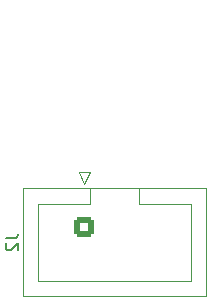
<source format=gbo>
%TF.GenerationSoftware,KiCad,Pcbnew,8.0.8*%
%TF.CreationDate,2025-02-15T12:19:35-06:00*%
%TF.ProjectId,SAO-CR1616,53414f2d-4352-4313-9631-362e6b696361,rev?*%
%TF.SameCoordinates,Original*%
%TF.FileFunction,Legend,Bot*%
%TF.FilePolarity,Positive*%
%FSLAX46Y46*%
G04 Gerber Fmt 4.6, Leading zero omitted, Abs format (unit mm)*
G04 Created by KiCad (PCBNEW 8.0.8) date 2025-02-15 12:19:35*
%MOMM*%
%LPD*%
G01*
G04 APERTURE LIST*
G04 Aperture macros list*
%AMRoundRect*
0 Rectangle with rounded corners*
0 $1 Rounding radius*
0 $2 $3 $4 $5 $6 $7 $8 $9 X,Y pos of 4 corners*
0 Add a 4 corners polygon primitive as box body*
4,1,4,$2,$3,$4,$5,$6,$7,$8,$9,$2,$3,0*
0 Add four circle primitives for the rounded corners*
1,1,$1+$1,$2,$3*
1,1,$1+$1,$4,$5*
1,1,$1+$1,$6,$7*
1,1,$1+$1,$8,$9*
0 Add four rect primitives between the rounded corners*
20,1,$1+$1,$2,$3,$4,$5,0*
20,1,$1+$1,$4,$5,$6,$7,0*
20,1,$1+$1,$6,$7,$8,$9,0*
20,1,$1+$1,$8,$9,$2,$3,0*%
G04 Aperture macros list end*
%ADD10C,0.150000*%
%ADD11C,0.120000*%
%ADD12C,15.000000*%
%ADD13RoundRect,0.250000X-0.600000X0.600000X-0.600000X-0.600000X0.600000X-0.600000X0.600000X0.600000X0*%
%ADD14C,1.700000*%
%ADD15C,4.000000*%
G04 APERTURE END LIST*
D10*
X140824819Y-166036666D02*
X141539104Y-166036666D01*
X141539104Y-166036666D02*
X141681961Y-165989047D01*
X141681961Y-165989047D02*
X141777200Y-165893809D01*
X141777200Y-165893809D02*
X141824819Y-165750952D01*
X141824819Y-165750952D02*
X141824819Y-165655714D01*
X140920057Y-166465238D02*
X140872438Y-166512857D01*
X140872438Y-166512857D02*
X140824819Y-166608095D01*
X140824819Y-166608095D02*
X140824819Y-166846190D01*
X140824819Y-166846190D02*
X140872438Y-166941428D01*
X140872438Y-166941428D02*
X140920057Y-166989047D01*
X140920057Y-166989047D02*
X141015295Y-167036666D01*
X141015295Y-167036666D02*
X141110533Y-167036666D01*
X141110533Y-167036666D02*
X141253390Y-166989047D01*
X141253390Y-166989047D02*
X141824819Y-166417619D01*
X141824819Y-166417619D02*
X141824819Y-167036666D01*
X150404761Y-147033009D02*
X150261904Y-147080628D01*
X150261904Y-147080628D02*
X150214285Y-147128247D01*
X150214285Y-147128247D02*
X150166666Y-147223485D01*
X150166666Y-147223485D02*
X150166666Y-147366342D01*
X150166666Y-147366342D02*
X150214285Y-147461580D01*
X150214285Y-147461580D02*
X150261904Y-147509200D01*
X150261904Y-147509200D02*
X150357142Y-147556819D01*
X150357142Y-147556819D02*
X150738094Y-147556819D01*
X150738094Y-147556819D02*
X150738094Y-146556819D01*
X150738094Y-146556819D02*
X150404761Y-146556819D01*
X150404761Y-146556819D02*
X150309523Y-146604438D01*
X150309523Y-146604438D02*
X150261904Y-146652057D01*
X150261904Y-146652057D02*
X150214285Y-146747295D01*
X150214285Y-146747295D02*
X150214285Y-146842533D01*
X150214285Y-146842533D02*
X150261904Y-146937771D01*
X150261904Y-146937771D02*
X150309523Y-146985390D01*
X150309523Y-146985390D02*
X150404761Y-147033009D01*
X150404761Y-147033009D02*
X150738094Y-147033009D01*
X149833332Y-146556819D02*
X149214285Y-146556819D01*
X149214285Y-146556819D02*
X149547618Y-146937771D01*
X149547618Y-146937771D02*
X149404761Y-146937771D01*
X149404761Y-146937771D02*
X149309523Y-146985390D01*
X149309523Y-146985390D02*
X149261904Y-147033009D01*
X149261904Y-147033009D02*
X149214285Y-147128247D01*
X149214285Y-147128247D02*
X149214285Y-147366342D01*
X149214285Y-147366342D02*
X149261904Y-147461580D01*
X149261904Y-147461580D02*
X149309523Y-147509200D01*
X149309523Y-147509200D02*
X149404761Y-147556819D01*
X149404761Y-147556819D02*
X149690475Y-147556819D01*
X149690475Y-147556819D02*
X149785713Y-147509200D01*
X149785713Y-147509200D02*
X149833332Y-147461580D01*
D11*
%TO.C,J2*%
X142260000Y-161810000D02*
X157760000Y-161810000D01*
X142260000Y-170930000D02*
X142260000Y-161810000D01*
X143560000Y-163120000D02*
X147960000Y-163120000D01*
X143560000Y-169620000D02*
X143560000Y-163120000D01*
X146970000Y-160420000D02*
X147470000Y-161420000D01*
X147470000Y-161420000D02*
X147970000Y-160420000D01*
X147960000Y-163120000D02*
X147960000Y-161810000D01*
X147970000Y-160420000D02*
X146970000Y-160420000D01*
X152060000Y-161810000D02*
X152060001Y-163120000D01*
X152060001Y-163120000D02*
X152060001Y-163120000D01*
X152060001Y-163120000D02*
X156460000Y-163120001D01*
X156460000Y-163120001D02*
X156460000Y-169620000D01*
X156460000Y-169620000D02*
X143560000Y-169620000D01*
X157760000Y-161810000D02*
X157760000Y-170930000D01*
X157760000Y-170930000D02*
X142260000Y-170930000D01*
%TO.C,B3*%
X152250000Y-150000000D02*
G75*
G02*
X147750000Y-150000000I-2250000J0D01*
G01*
X147750000Y-150000000D02*
G75*
G02*
X152250000Y-150000000I2250000J0D01*
G01*
%TD*%
%LPC*%
D12*
%TO.C,SAO-P2*%
X149860000Y-150000000D03*
%TD*%
D13*
%TO.C,J2*%
X147470000Y-165100000D03*
D14*
X147470000Y-167640000D03*
X150010000Y-165100000D03*
X150010000Y-167640000D03*
X152549999Y-165100000D03*
X152550000Y-167640000D03*
%TD*%
D15*
%TO.C,B3*%
X150000000Y-150000000D03*
%TD*%
%LPD*%
M02*

</source>
